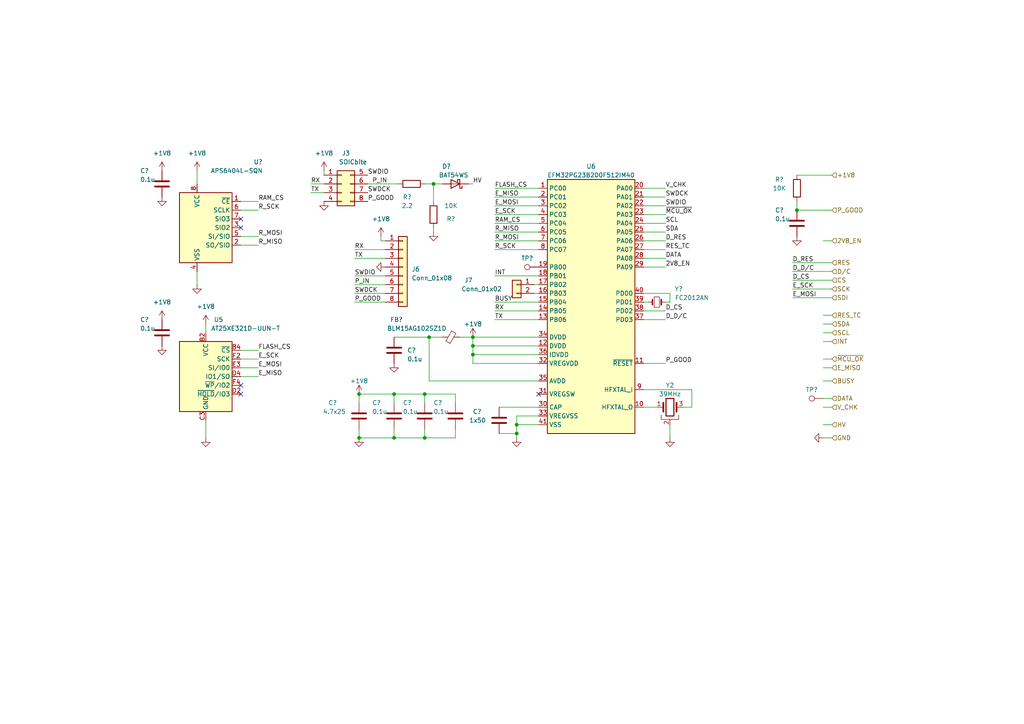
<source format=kicad_sch>
(kicad_sch (version 20230221) (generator eeschema)
  (paper "A4")
  (lib_symbols
    (symbol "Connector:TestPoint" (pin_numbers hide) (pin_names (offset 0.762) hide)
      (property "Reference" "TP" (at 0 6.858 0))
      (property "Value" "TestPoint" (at 0 5.08 0))
      (symbol "TestPoint_0_1"
        (circle (center 0 3.302) (radius 0.762))
      )
      (symbol "TestPoint_1_1"
        (pin passive line (at 0 0 90) (length 2.54) (name "1") (number "1"))
      )
    )
    (symbol "Connector_Generic:Conn_01x02" (pin_names (offset 1.016) hide)
      (property "Reference" "J" (at 0 2.54 0))
      (property "Value" "Conn_01x02" (at 0 -5.08 0))
      (symbol "Conn_01x02_1_1"
        (rectangle (start -1.27 -2.413) (end 0 -2.667) (stroke (width 0.1524)))
        (rectangle (start -1.27 0.127) (end 0 -0.127) (stroke (width 0.1524)))
        (rectangle (start -1.27 1.27) (end 1.27 -3.81) (stroke (width 0.254)) (fill (type background)))
        (pin passive line (at -5.08 0 0) (length 3.81) (name "Pin_1") (number "1"))
        (pin passive line (at -5.08 -2.54 0) (length 3.81) (name "Pin_2") (number "2"))
      )
    )
    (symbol "Connector_Generic:Conn_01x08" (pin_names (offset 1.016) hide)
      (property "Reference" "J" (at 0 10.16 0))
      (property "Value" "Conn_01x08" (at 0 -12.7 0))
      (symbol "Conn_01x08_1_1"
        (rectangle (start -1.27 -10.033) (end 0 -10.287) (stroke (width 0.1524)))
        (rectangle (start -1.27 -7.493) (end 0 -7.747) (stroke (width 0.1524)))
        (rectangle (start -1.27 -4.953) (end 0 -5.207) (stroke (width 0.1524)))
        (rectangle (start -1.27 -2.413) (end 0 -2.667) (stroke (width 0.1524)))
        (rectangle (start -1.27 0.127) (end 0 -0.127) (stroke (width 0.1524)))
        (rectangle (start -1.27 2.667) (end 0 2.413) (stroke (width 0.1524)))
        (rectangle (start -1.27 5.207) (end 0 4.953) (stroke (width 0.1524)))
        (rectangle (start -1.27 7.747) (end 0 7.493) (stroke (width 0.1524)))
        (rectangle (start -1.27 8.89) (end 1.27 -11.43) (stroke (width 0.254)) (fill (type background)))
        (pin passive line (at -5.08 7.62 0) (length 3.81) (name "Pin_1") (number "1"))
        (pin passive line (at -5.08 5.08 0) (length 3.81) (name "Pin_2") (number "2"))
        (pin passive line (at -5.08 2.54 0) (length 3.81) (name "Pin_3") (number "3"))
        (pin passive line (at -5.08 0 0) (length 3.81) (name "Pin_4") (number "4"))
        (pin passive line (at -5.08 -2.54 0) (length 3.81) (name "Pin_5") (number "5"))
        (pin passive line (at -5.08 -5.08 0) (length 3.81) (name "Pin_6") (number "6"))
        (pin passive line (at -5.08 -7.62 0) (length 3.81) (name "Pin_7") (number "7"))
        (pin passive line (at -5.08 -10.16 0) (length 3.81) (name "Pin_8") (number "8"))
      )
    )
    (symbol "Connector_Generic:Conn_02x04_Top_Bottom" (pin_names (offset 1.016) hide)
      (property "Reference" "J" (at 1.27 5.08 0))
      (property "Value" "Conn_02x04_Top_Bottom" (at 1.27 -7.62 0))
      (symbol "Conn_02x04_Top_Bottom_1_1"
        (rectangle (start -1.27 -4.953) (end 0 -5.207) (stroke (width 0.1524)))
        (rectangle (start -1.27 -2.413) (end 0 -2.667) (stroke (width 0.1524)))
        (rectangle (start -1.27 0.127) (end 0 -0.127) (stroke (width 0.1524)))
        (rectangle (start -1.27 2.667) (end 0 2.413) (stroke (width 0.1524)))
        (rectangle (start -1.27 3.81) (end 3.81 -6.35) (stroke (width 0.254)) (fill (type background)))
        (rectangle (start 3.81 -4.953) (end 2.54 -5.207) (stroke (width 0.1524)))
        (rectangle (start 3.81 -2.413) (end 2.54 -2.667) (stroke (width 0.1524)))
        (rectangle (start 3.81 0.127) (end 2.54 -0.127) (stroke (width 0.1524)))
        (rectangle (start 3.81 2.667) (end 2.54 2.413) (stroke (width 0.1524)))
        (pin passive line (at -5.08 2.54 0) (length 3.81) (name "Pin_1") (number "1"))
        (pin passive line (at -5.08 0 0) (length 3.81) (name "Pin_2") (number "2"))
        (pin passive line (at -5.08 -2.54 0) (length 3.81) (name "Pin_3") (number "3"))
        (pin passive line (at -5.08 -5.08 0) (length 3.81) (name "Pin_4") (number "4"))
        (pin passive line (at 7.62 2.54 180) (length 3.81) (name "Pin_5") (number "5"))
        (pin passive line (at 7.62 0 180) (length 3.81) (name "Pin_6") (number "6"))
        (pin passive line (at 7.62 -2.54 180) (length 3.81) (name "Pin_7") (number "7"))
        (pin passive line (at 7.62 -5.08 180) (length 3.81) (name "Pin_8") (number "8"))
      )
    )
    (symbol "Device:C" (pin_numbers hide) (pin_names (offset 0.254))
      (property "Reference" "C" (at 0.635 2.54 0))
      (property "Value" "C" (at 0.635 -2.54 0))
      (symbol "C_0_1"
        (polyline (pts (xy -2.032 -0.762) (xy 2.032 -0.762)) (stroke (width 0.508)))
        (polyline (pts (xy -2.032 0.762) (xy 2.032 0.762)) (stroke (width 0.508)))
      )
      (symbol "C_1_1"
        (pin passive line (at 0 3.81 270) (length 2.794) (name "~") (number "1"))
        (pin passive line (at 0 -3.81 90) (length 2.794) (name "~") (number "2"))
      )
    )
    (symbol "Device:Crystal_GND2" (pin_names (offset 1.016) hide)
      (property "Reference" "Y" (at 0 5.715 0))
      (property "Value" "Crystal_GND2" (at 0 3.81 0))
      (symbol "Crystal_GND2_0_1"
        (rectangle (start -1.143 2.54) (end 1.143 -2.54) (stroke (width 0.3048)))
        (polyline (pts (xy -2.54 0) (xy -1.905 0)))
        (polyline (pts (xy -1.905 -1.27) (xy -1.905 1.27)) (stroke (width 0.508)))
        (polyline (pts (xy 0 -3.81) (xy 0 -3.556)))
        (polyline (pts (xy 1.905 0) (xy 2.54 0)))
        (polyline (pts (xy 1.905 1.27) (xy 1.905 -1.27)) (stroke (width 0.508)))
        (polyline (pts (xy -2.54 -2.286) (xy -2.54 -3.556) (xy 2.54 -3.556) (xy 2.54 -2.286)))
      )
      (symbol "Crystal_GND2_1_1"
        (pin passive line (at -3.81 0 0) (length 1.27) (name "1") (number "1"))
        (pin passive line (at 0 -5.08 90) (length 1.27) (name "2") (number "2"))
        (pin passive line (at 3.81 0 180) (length 1.27) (name "3") (number "3"))
      )
    )
    (symbol "Device:Crystal_Small" (pin_numbers hide) (pin_names (offset 1.016) hide)
      (property "Reference" "Y" (at 0 2.54 0))
      (property "Value" "Crystal_Small" (at 0 -2.54 0))
      (symbol "Crystal_Small_0_1"
        (rectangle (start -0.762 -1.524) (end 0.762 1.524))
        (polyline (pts (xy -1.27 -0.762) (xy -1.27 0.762)) (stroke (width 0.381)))
        (polyline (pts (xy 1.27 -0.762) (xy 1.27 0.762)) (stroke (width 0.381)))
      )
      (symbol "Crystal_Small_1_1"
        (pin passive line (at -2.54 0 0) (length 1.27) (name "1") (number "1"))
        (pin passive line (at 2.54 0 180) (length 1.27) (name "2") (number "2"))
      )
    )
    (symbol "Device:D_Schottky" (pin_numbers hide) (pin_names (offset 1.016) hide)
      (property "Reference" "D" (at 0 2.54 0))
      (property "Value" "D_Schottky" (at 0 -2.54 0))
      (symbol "D_Schottky_0_1"
        (polyline (pts (xy 1.27 0) (xy -1.27 0)))
        (polyline (pts (xy 1.27 1.27) (xy 1.27 -1.27) (xy -1.27 0) (xy 1.27 1.27)) (stroke (width 0.254)))
        (polyline (pts (xy -1.905 0.635) (xy -1.905 1.27) (xy -1.27 1.27) (xy -1.27 -1.27) (xy -0.635 -1.27) (xy -0.635 -0.635)) (stroke (width 0.254)))
      )
      (symbol "D_Schottky_1_1"
        (pin passive line (at -3.81 0 0) (length 2.54) (name "K") (number "1"))
        (pin passive line (at 3.81 0 180) (length 2.54) (name "A") (number "2"))
      )
    )
    (symbol "Device:FerriteBead_Small" (pin_numbers hide) (pin_names (offset 0))
      (property "Reference" "FB" (at 1.905 1.27 0))
      (property "Value" "FerriteBead_Small" (at 1.905 -1.27 0))
      (symbol "FerriteBead_Small_0_1"
        (polyline (pts (xy 0 -1.27) (xy 0 -0.7874)))
        (polyline (pts (xy 0 0.889) (xy 0 1.2954)))
        (polyline (pts (xy -1.8288 0.2794) (xy -1.1176 1.4986) (xy 1.8288 -0.2032) (xy 1.1176 -1.4224) (xy -1.8288 0.2794)))
      )
      (symbol "FerriteBead_Small_1_1"
        (pin passive line (at 0 2.54 270) (length 1.27) (name "~") (number "1"))
        (pin passive line (at 0 -2.54 90) (length 1.27) (name "~") (number "2"))
      )
    )
    (symbol "Device:R" (pin_numbers hide) (pin_names (offset 0))
      (property "Reference" "R" (at 2.032 0 90))
      (property "Value" "R" (at 0 0 90))
      (symbol "R_0_1"
        (rectangle (start -1.016 -2.54) (end 1.016 2.54) (stroke (width 0.254)))
      )
      (symbol "R_1_1"
        (pin passive line (at 0 3.81 270) (length 1.27) (name "~") (number "1"))
        (pin passive line (at 0 -3.81 90) (length 1.27) (name "~") (number "2"))
      )
    )
    (symbol "Memory_RAM:ESP-PSRAM32"
      (property "Reference" "U" (at 3.81 11.43 0))
      (property "Value" "ESP-PSRAM32" (at -1.27 -11.43 0))
      (symbol "ESP-PSRAM32_0_1"
        (rectangle (start -7.62 10.16) (end 7.62 -10.16) (stroke (width 0.254)) (fill (type background)))
      )
      (symbol "ESP-PSRAM32_1_1"
        (pin input line (at 10.16 7.62 180) (length 2.54) (name "~{CE}") (number "1"))
        (pin output line (at 10.16 -5.08 180) (length 2.54) (name "SO/SIO") (number "2"))
        (pin bidirectional line (at 10.16 0 180) (length 2.54) (name "SIO2") (number "3"))
        (pin power_in line (at -2.54 -12.7 90) (length 2.54) (name "VSS") (number "4"))
        (pin input line (at 10.16 -2.54 180) (length 2.54) (name "SI/SIO") (number "5"))
        (pin output line (at 10.16 5.08 180) (length 2.54) (name "SCLK") (number "6"))
        (pin bidirectional line (at 10.16 2.54 180) (length 2.54) (name "SIO3") (number "7"))
        (pin power_in line (at -2.54 12.7 270) (length 2.54) (name "VCC") (number "8"))
      )
    )
    (symbol "MyLib:AT25SL321-U"
      (property "Reference" "U" (at -5.08 11.43 0))
      (property "Value" "AT25XE321D-UUN-T" (at 13.97 11.43 0))
      (symbol "AT25SL321-U_0_1"
        (rectangle (start -7.62 10.16) (end 7.62 -10.16) (stroke (width 0.254)) (fill (type background)))
      )
      (symbol "AT25SL321-U_1_1"
        (pin power_in line (at 0 12.7 270) (length 2.54) (name "VCC") (number "B2"))
        (pin input line (at -10.16 7.62 0) (length 2.54) (name "~{CS}") (number "B4"))
        (pin power_in line (at 0 -12.7 90) (length 2.54) (name "GND") (number "C3"))
        (pin bidirectional line (at -10.16 -5.08 0) (length 2.54) (name "~{HOLD}/IO3") (number "D2"))
        (pin bidirectional line (at -10.16 0 0) (length 2.54) (name "IO1/SO") (number "D4"))
        (pin bidirectional line (at -10.16 2.54 0) (length 2.54) (name "SI/IO0") (number "E3"))
        (pin input line (at -10.16 5.08 0) (length 2.54) (name "SCK") (number "F2"))
        (pin bidirectional line (at -10.16 -2.54 0) (length 2.54) (name "~{WP}/IO2") (number "F4"))
      )
    )
    (symbol "MyLib:EFM32PG23B200F512IM40"
      (property "Reference" "U" (at 25.4 5.08 0))
      (property "Value" "EFM32PG23B200F512IM40" (at 35.56 2.54 0))
      (symbol "EFM32PG23B200F512IM40_0_1"
        (rectangle (start 22.86 0) (end 48.26 -73.66) (stroke (width 0.254)) (fill (type background)))
      )
      (symbol "EFM32PG23B200F512IM40_1_0"
        (pin bidirectional line (at 50.8 -25.4 180) (length 2.54) (name "PA09") (number "29"))
        (pin bidirectional line (at 20.32 -7.62 0) (length 2.54) (name "PC02") (number "3"))
      )
      (symbol "EFM32PG23B200F512IM40_1_1"
        (pin bidirectional line (at 20.32 -2.54 0) (length 2.54) (name "PC00") (number "1"))
        (pin bidirectional line (at 50.8 -66.04 180) (length 2.54) (name "HFXTAL_O") (number "10"))
        (pin input line (at 50.8 -53.34 180) (length 2.54) (name "~{RESET}") (number "11"))
        (pin power_in line (at 20.32 -48.26 0) (length 2.54) (name "DVDD") (number "12"))
        (pin bidirectional line (at 20.32 -40.64 0) (length 2.54) (name "PB06") (number "13"))
        (pin bidirectional line (at 20.32 -38.1 0) (length 2.54) (name "PB05") (number "14"))
        (pin bidirectional line (at 20.32 -35.56 0) (length 2.54) (name "PB04") (number "15"))
        (pin bidirectional line (at 20.32 -33.02 0) (length 2.54) (name "PB03") (number "16"))
        (pin bidirectional line (at 20.32 -30.48 0) (length 2.54) (name "PB02") (number "17"))
        (pin bidirectional line (at 20.32 -27.94 0) (length 2.54) (name "PB01") (number "18"))
        (pin bidirectional line (at 20.32 -25.4 0) (length 2.54) (name "PB00") (number "19"))
        (pin bidirectional line (at 20.32 -5.08 0) (length 2.54) (name "PC01") (number "2"))
        (pin bidirectional line (at 50.8 -2.54 180) (length 2.54) (name "PA00") (number "20"))
        (pin bidirectional line (at 50.8 -5.08 180) (length 2.54) (name "PA01") (number "21"))
        (pin bidirectional line (at 50.8 -7.62 180) (length 2.54) (name "PA02") (number "22"))
        (pin bidirectional line (at 50.8 -10.16 180) (length 2.54) (name "PA03") (number "23"))
        (pin bidirectional line (at 50.8 -12.7 180) (length 2.54) (name "PA04") (number "24"))
        (pin bidirectional line (at 50.8 -15.24 180) (length 2.54) (name "PA05") (number "25"))
        (pin bidirectional line (at 50.8 -17.78 180) (length 2.54) (name "PA06") (number "26"))
        (pin bidirectional line (at 50.8 -20.32 180) (length 2.54) (name "PA07") (number "27"))
        (pin bidirectional line (at 50.8 -22.86 180) (length 2.54) (name "PA08") (number "28"))
        (pin power_out line (at 20.32 -66.04 0) (length 2.54) (name "CAP") (number "30"))
        (pin power_in line (at 20.32 -62.23 0) (length 2.54) (name "VREGSW") (number "31"))
        (pin power_in line (at 20.32 -53.34 0) (length 2.54) (name "VREGVDD") (number "32"))
        (pin power_in line (at 20.32 -68.58 0) (length 2.54) (name "VREGVSS") (number "33"))
        (pin power_in line (at 20.32 -45.72 0) (length 2.54) (name "DVDD") (number "34"))
        (pin power_in line (at 20.32 -58.42 0) (length 2.54) (name "AVDD") (number "35"))
        (pin power_in line (at 20.32 -50.8 0) (length 2.54) (name "IOVDD") (number "36"))
        (pin bidirectional line (at 50.8 -40.64 180) (length 2.54) (name "PD03") (number "37"))
        (pin bidirectional line (at 50.8 -38.1 180) (length 2.54) (name "PD02") (number "38"))
        (pin bidirectional line (at 50.8 -35.56 180) (length 2.54) (name "PD01") (number "39"))
        (pin bidirectional line (at 20.32 -10.16 0) (length 2.54) (name "PC03") (number "4"))
        (pin bidirectional line (at 50.8 -33.02 180) (length 2.54) (name "PD00") (number "40"))
        (pin power_in line (at 20.32 -71.12 0) (length 2.54) (name "VSS") (number "41"))
        (pin bidirectional line (at 20.32 -12.7 0) (length 2.54) (name "PC04") (number "5"))
        (pin bidirectional line (at 20.32 -15.24 0) (length 2.54) (name "PC05") (number "6"))
        (pin bidirectional line (at 20.32 -17.78 0) (length 2.54) (name "PC06") (number "7"))
        (pin bidirectional line (at 20.32 -20.32 0) (length 2.54) (name "PC07") (number "8"))
        (pin bidirectional line (at 50.8 -60.96 180) (length 2.54) (name "HFXTAL_I") (number "9"))
      )
    )
    (symbol "power:+1V8" (power) (pin_names (offset 0))
      (property "Value" "+1V8" (at 0 3.556 0))
      (symbol "+1V8_0_1"
        (polyline (pts (xy -0.762 1.27) (xy 0 2.54)))
        (polyline (pts (xy 0 0) (xy 0 2.54)))
        (polyline (pts (xy 0 2.54) (xy 0.762 1.27)))
      )
      (symbol "+1V8_1_1"
        (pin power_in line (at 0 0 90) (length 0) hide (name "+1V8") (number "1"))
      )
    )
    (symbol "power:GND" (power) (pin_names (offset 0))
      (property "Value" "GND" (at 0 -3.81 0))
      (symbol "GND_0_1"
        (polyline (pts (xy 0 0) (xy 0 -1.27) (xy 1.27 -1.27) (xy 0 -2.54) (xy -1.27 -1.27) (xy 0 -1.27)))
      )
      (symbol "GND_1_1"
        (pin power_in line (at 0 0 270) (length 0) hide (name "GND") (number "1"))
      )
    )
  )
  (junction (at 114.3 127))
  (junction (at 125.73 53.34))
  (junction (at 104.14 114.3))
  (junction (at 137.16 100.33))
  (junction (at 123.19 127))
  (junction (at 137.16 102.87))
  (junction (at 123.19 114.3))
  (junction (at 231.14 60.96))
  (junction (at 149.86 123.19))
  (junction (at 114.3 114.3))
  (junction (at 137.16 97.79))
  (junction (at 149.86 125.73))
  (junction (at 104.14 127))
  (junction (at 124.46 97.79))
  (no_connect (at 156.21 114.3))
  (no_connect (at 69.85 114.3))
  (no_connect (at 69.85 111.76))
  (no_connect (at 69.85 66.04))
  (no_connect (at 69.85 63.5))
  (wire (pts (xy 231.14 60.96) (xy 231.14 58.42)))
  (wire (pts (xy 143.51 69.85) (xy 156.21 69.85)))
  (wire (pts (xy 110.49 68.58) (xy 110.49 69.85)))
  (wire (pts (xy 229.87 81.28) (xy 241.3 81.28)))
  (wire (pts (xy 193.04 92.71) (xy 186.69 92.71)))
  (wire (pts (xy 238.76 127) (xy 241.3 127)))
  (wire (pts (xy 132.08 114.3) (xy 123.19 114.3)))
  (wire (pts (xy 238.76 104.14) (xy 241.3 104.14)))
  (wire (pts (xy 200.66 113.03) (xy 200.66 118.11)))
  (wire (pts (xy 143.51 67.31) (xy 156.21 67.31)))
  (wire (pts (xy 137.16 102.87) (xy 137.16 100.33)))
  (wire (pts (xy 123.19 116.84) (xy 123.19 114.3)))
  (wire (pts (xy 69.85 106.68) (xy 74.93 106.68)))
  (wire (pts (xy 193.04 57.15) (xy 186.69 57.15)))
  (wire (pts (xy 149.86 120.65) (xy 149.86 123.19)))
  (wire (pts (xy 102.87 72.39) (xy 111.76 72.39)))
  (wire (pts (xy 124.46 97.79) (xy 128.27 97.79)))
  (wire (pts (xy 238.76 96.52) (xy 241.3 96.52)))
  (wire (pts (xy 102.87 87.63) (xy 111.76 87.63)))
  (wire (pts (xy 143.51 80.01) (xy 156.21 80.01)))
  (wire (pts (xy 229.87 78.74) (xy 241.3 78.74)))
  (wire (pts (xy 186.69 113.03) (xy 200.66 113.03)))
  (wire (pts (xy 231.14 50.8) (xy 241.3 50.8)))
  (wire (pts (xy 143.51 57.15) (xy 156.21 57.15)))
  (wire (pts (xy 231.14 60.96) (xy 241.3 60.96)))
  (wire (pts (xy 133.35 97.79) (xy 137.16 97.79)))
  (wire (pts (xy 128.27 53.34) (xy 125.73 53.34)))
  (wire (pts (xy 229.87 86.36) (xy 241.3 86.36)))
  (wire (pts (xy 123.19 127) (xy 132.08 127)))
  (wire (pts (xy 149.86 123.19) (xy 149.86 125.73)))
  (wire (pts (xy 132.08 127) (xy 132.08 124.46)))
  (wire (pts (xy 154.94 82.55) (xy 156.21 82.55)))
  (wire (pts (xy 114.3 114.3) (xy 114.3 116.84)))
  (wire (pts (xy 137.16 97.79) (xy 137.16 100.33)))
  (wire (pts (xy 149.86 123.19) (xy 156.21 123.19)))
  (wire (pts (xy 90.17 53.34) (xy 93.98 53.34)))
  (wire (pts (xy 106.68 53.34) (xy 115.57 53.34)))
  (wire (pts (xy 137.16 102.87) (xy 137.16 105.41)))
  (wire (pts (xy 59.69 121.92) (xy 59.69 127)))
  (wire (pts (xy 229.87 76.2) (xy 241.3 76.2)))
  (wire (pts (xy 238.76 118.11) (xy 241.3 118.11)))
  (wire (pts (xy 144.78 118.11) (xy 156.21 118.11)))
  (wire (pts (xy 125.73 66.04) (xy 125.73 67.31)))
  (wire (pts (xy 154.94 85.09) (xy 156.21 85.09)))
  (wire (pts (xy 114.3 127) (xy 123.19 127)))
  (wire (pts (xy 193.04 59.69) (xy 186.69 59.69)))
  (wire (pts (xy 137.16 105.41) (xy 156.21 105.41)))
  (wire (pts (xy 102.87 80.01) (xy 111.76 80.01)))
  (wire (pts (xy 186.69 87.63) (xy 187.96 87.63)))
  (wire (pts (xy 238.76 110.49) (xy 241.3 110.49)))
  (wire (pts (xy 123.19 114.3) (xy 114.3 114.3)))
  (wire (pts (xy 123.19 124.46) (xy 123.19 127)))
  (wire (pts (xy 156.21 120.65) (xy 149.86 120.65)))
  (wire (pts (xy 90.17 55.88) (xy 93.98 55.88)))
  (wire (pts (xy 143.51 54.61) (xy 156.21 54.61)))
  (wire (pts (xy 143.51 64.77) (xy 156.21 64.77)))
  (wire (pts (xy 186.69 118.11) (xy 190.5 118.11)))
  (wire (pts (xy 114.3 97.79) (xy 124.46 97.79)))
  (wire (pts (xy 124.46 97.79) (xy 124.46 110.49)))
  (wire (pts (xy 186.69 85.09) (xy 194.31 85.09)))
  (wire (pts (xy 193.04 67.31) (xy 186.69 67.31)))
  (wire (pts (xy 124.46 110.49) (xy 156.21 110.49)))
  (wire (pts (xy 200.66 118.11) (xy 198.12 118.11)))
  (wire (pts (xy 186.69 72.39) (xy 193.04 72.39)))
  (wire (pts (xy 102.87 82.55) (xy 111.76 82.55)))
  (wire (pts (xy 102.87 85.09) (xy 111.76 85.09)))
  (wire (pts (xy 104.14 127) (xy 114.3 127)))
  (wire (pts (xy 238.76 123.19) (xy 241.3 123.19)))
  (wire (pts (xy 186.69 105.41) (xy 193.04 105.41)))
  (wire (pts (xy 104.14 124.46) (xy 104.14 127)))
  (wire (pts (xy 69.85 104.14) (xy 74.93 104.14)))
  (wire (pts (xy 186.69 62.23) (xy 193.04 62.23)))
  (wire (pts (xy 69.85 60.96) (xy 74.93 60.96)))
  (wire (pts (xy 69.85 68.58) (xy 74.93 68.58)))
  (wire (pts (xy 238.76 91.44) (xy 241.3 91.44)))
  (wire (pts (xy 74.93 109.22) (xy 69.85 109.22)))
  (wire (pts (xy 137.16 97.79) (xy 156.21 97.79)))
  (wire (pts (xy 110.49 69.85) (xy 111.76 69.85)))
  (wire (pts (xy 194.31 127) (xy 194.31 123.19)))
  (wire (pts (xy 143.51 62.23) (xy 156.21 62.23)))
  (wire (pts (xy 102.87 74.93) (xy 111.76 74.93)))
  (wire (pts (xy 238.76 115.57) (xy 241.3 115.57)))
  (wire (pts (xy 238.76 99.06) (xy 241.3 99.06)))
  (wire (pts (xy 59.69 93.98) (xy 59.69 96.52)))
  (wire (pts (xy 93.98 49.53) (xy 93.98 50.8)))
  (wire (pts (xy 238.76 93.98) (xy 241.3 93.98)))
  (wire (pts (xy 123.19 53.34) (xy 125.73 53.34)))
  (wire (pts (xy 132.08 116.84) (xy 132.08 114.3)))
  (wire (pts (xy 143.51 59.69) (xy 156.21 59.69)))
  (wire (pts (xy 69.85 58.42) (xy 74.93 58.42)))
  (wire (pts (xy 193.04 54.61) (xy 186.69 54.61)))
  (wire (pts (xy 193.04 90.17) (xy 186.69 90.17)))
  (wire (pts (xy 193.04 77.47) (xy 186.69 77.47)))
  (wire (pts (xy 74.93 71.12) (xy 69.85 71.12)))
  (wire (pts (xy 69.85 101.6) (xy 74.93 101.6)))
  (wire (pts (xy 57.15 49.53) (xy 57.15 53.34)))
  (wire (pts (xy 194.31 87.63) (xy 193.04 87.63)))
  (wire (pts (xy 238.76 106.68) (xy 241.3 106.68)))
  (wire (pts (xy 137.16 100.33) (xy 156.21 100.33)))
  (wire (pts (xy 104.14 114.3) (xy 114.3 114.3)))
  (wire (pts (xy 114.3 124.46) (xy 114.3 127)))
  (wire (pts (xy 143.51 87.63) (xy 156.21 87.63)))
  (wire (pts (xy 135.89 53.34) (xy 137.16 53.34)))
  (wire (pts (xy 144.78 125.73) (xy 149.86 125.73)))
  (wire (pts (xy 143.51 90.17) (xy 156.21 90.17)))
  (wire (pts (xy 143.51 92.71) (xy 156.21 92.71)))
  (wire (pts (xy 137.16 102.87) (xy 156.21 102.87)))
  (wire (pts (xy 193.04 64.77) (xy 186.69 64.77)))
  (wire (pts (xy 186.69 74.93) (xy 193.04 74.93)))
  (wire (pts (xy 238.76 69.85) (xy 241.3 69.85)))
  (wire (pts (xy 149.86 125.73) (xy 149.86 127)))
  (wire (pts (xy 125.73 58.42) (xy 125.73 53.34)))
  (wire (pts (xy 143.51 72.39) (xy 156.21 72.39)))
  (wire (pts (xy 186.69 69.85) (xy 193.04 69.85)))
  (wire (pts (xy 57.15 78.74) (xy 57.15 82.55)))
  (wire (pts (xy 194.31 85.09) (xy 194.31 87.63)))
  (wire (pts (xy 229.87 83.82) (xy 241.3 83.82)))
  (wire (pts (xy 104.14 114.3) (xy 104.14 116.84)))
  (label "RX" (at 102.87 72.39 0))
  (label "INT" (at 143.51 80.01 0))
  (label "R_MISO" (at 143.51 67.31 0))
  (label "R_MISO" (at 74.93 71.12 0))
  (label "P_GOOD" (at 102.87 87.63 0))
  (label "TX" (at 143.51 92.71 0))
  (label "D_RES" (at 193.04 69.85 0))
  (label "RX" (at 90.17 53.34 0))
  (label "TX" (at 102.87 74.93 0))
  (label "E_MOSI" (at 229.87 86.36 0))
  (label "D_CS" (at 193.04 90.17 0))
  (label "DATA" (at 193.04 74.93 0))
  (label "SCL" (at 193.04 64.77 0))
  (label "P_IN" (at 107.95 53.34 0))
  (label "D_D{slash}C" (at 229.87 78.74 0))
  (label "E_SCK" (at 229.87 83.82 0))
  (label "E_MISO" (at 143.51 57.15 0))
  (label "P_GOOD" (at 193.04 105.41 0))
  (label "D_D{slash}C" (at 193.04 92.71 0))
  (label "SWDIO" (at 193.04 59.69 0))
  (label "FLASH_CS" (at 143.51 54.61 0))
  (label "P_GOOD" (at 106.68 58.42 0))
  (label "RAM_CS" (at 74.93 58.42 0))
  (label "E_MOSI" (at 74.93 106.68 0))
  (label "E_MOSI" (at 143.51 59.69 0))
  (label "D_CS" (at 229.87 81.28 0))
  (label "E_MISO" (at 74.93 109.22 0))
  (label "V_CHK" (at 193.04 54.61 0))
  (label "P_IN" (at 102.87 82.55 0))
  (label "SWDCK" (at 193.04 57.15 0))
  (label "D_RES" (at 229.87 76.2 0))
  (label "SDA" (at 193.04 67.31 0))
  (label "2V8_EN" (at 193.04 77.47 0))
  (label "R_SCK" (at 74.93 60.96 0))
  (label "RAM_CS" (at 143.51 64.77 0))
  (label "R_SCK" (at 143.51 72.39 0))
  (label "R_MOSI" (at 74.93 68.58 0))
  (label "SWDIO" (at 102.87 80.01 0))
  (label "RES_TC" (at 193.04 72.39 0))
  (label "HV" (at 137.16 53.34 0))
  (label "SWDCK" (at 102.87 85.09 0))
  (label "SWDCK" (at 106.68 55.88 0))
  (label "E_SCK" (at 74.93 104.14 0))
  (label "R_MOSI" (at 143.51 69.85 0))
  (label "~{MCU_OK}" (at 193.04 62.23 0))
  (label "TX" (at 90.17 55.88 0))
  (label "E_SCK" (at 143.51 62.23 0))
  (label "RX" (at 143.51 90.17 0))
  (label "BUSY" (at 143.51 87.63 0))
  (label "SWDIO" (at 106.68 50.8 0))
  (label "FLASH_CS" (at 74.93 101.6 0))
  (hierarchical_label "D{slash}C" (shape input) (at 241.3 78.74 0))
  (hierarchical_label "RES_TC" (shape input) (at 241.3 91.44 0))
  (hierarchical_label "DATA" (shape input) (at 241.3 115.57 0))
  (hierarchical_label "BUSY" (shape input) (at 241.3 110.49 0))
  (hierarchical_label "GND" (shape input) (at 241.3 127 0))
  (hierarchical_label "CS" (shape input) (at 241.3 81.28 0))
  (hierarchical_label "SDI" (shape input) (at 241.3 86.36 0))
  (hierarchical_label "2V8_EN" (shape input) (at 241.3 69.85 0))
  (hierarchical_label "E_MISO" (shape input) (at 241.3 106.68 0))
  (hierarchical_label "HV" (shape input) (at 241.3 123.19 0))
  (hierarchical_label "INT" (shape input) (at 241.3 99.06 0))
  (hierarchical_label "V_CHK" (shape input) (at 241.3 118.11 0))
  (hierarchical_label "~{MCU_OK}" (shape input) (at 241.3 104.14 0))
  (hierarchical_label "RES" (shape input) (at 241.3 76.2 0))
  (hierarchical_label "SCK" (shape input) (at 241.3 83.82 0))
  (hierarchical_label "SDA" (shape input) (at 241.3 93.98 0))
  (hierarchical_label "+1V8" (shape input) (at 241.3 50.8 0))
  (hierarchical_label "P_GOOD" (shape input) (at 241.3 60.96 0))
  (hierarchical_label "SCL" (shape input) (at 241.3 96.52 0))
  (symbol (lib_id "Device:R") (at 119.38 53.34 90) (unit 1)
    (property "Reference" "R?" (at 118.11 57.15 90))
    (property "Value" "2.2" (at 118.11 59.69 90))
    (property "Footprint" "Resistor_SMD:R_0603_1608Metric" (effects hide))
    (instances (project "Kampela" (path "" (reference "R?") (unit 1))) (project "Kampela_D1" (path "" (reference "R10") (unit 1)) (path "" (reference "R32") (unit 1))))
  )
  (symbol (lib_id "MyLib:EFM32PG23B200F512IM40") (at 135.89 52.07 0) (unit 1)
    (property "Reference" "U6" (at 171.45 48.26 0))
    (property "Value" "EFM32PG23B200F512IM40" (at 171.45 50.8 0))
    (property "Footprint" "MyLib:QFN-40_EP_5x5_Pitch0.4mm" (effects hide))
  )
  (symbol (lib_id "Connector_Generic:Conn_01x08") (at 116.84 77.47 0) (unit 1)
    (property "Reference" "J6" (at 119.38 78.105 0) (effects (justify left)))
    (property "Value" "Conn_01x08" (at 119.38 80.645 0) (effects (justify left)))
    (property "Footprint" "Connector_PinHeader_1.27mm:PinHeader_1x08_P1.27mm_Vertical" (effects hide))
  )
  (symbol (lib_id "power:GND") (at 238.76 127 270) (mirror x) (unit 1)
    (property "Reference" "#PWR?" (effects hide))
    (property "Value" "GND" (effects hide))
    (instances (project "Kampela" (path "" (reference "#PWR?") (unit 1))) (project "Kampela_D1" (path "" (reference "#PWR086") (unit 1))))
  )
  (symbol (lib_id "power:GND") (at 125.73 67.31 0) (unit 1)
    (property "Reference" "#PWR?" (effects hide))
    (property "Value" "GND" (effects hide))
    (instances (project "Kampela" (path "" (reference "#PWR?") (unit 1))) (project "Kampela_D1" (path "" (reference "#PWR058") (unit 1))))
  )
  (symbol (lib_id "power:GND") (at 194.31 127 0) (mirror y) (unit 1)
    (property "Reference" "#PWR?" (effects hide))
    (property "Value" "GND" (effects hide))
    (instances (project "Kampela" (path "" (reference "#PWR?") (unit 1))) (project "Kampela_D1" (path "" (reference "#PWR061") (unit 1))))
  )
  (symbol (lib_id "Device:C") (at 114.3 120.65 0) (unit 1)
    (property "Reference" "C?" (at 107.95 116.84 0) (effects (justify left)))
    (property "Value" "0.1u" (at 107.95 119.38 0) (effects (justify left)))
    (property "Footprint" "Capacitor_SMD:C_0402_1005Metric" (effects hide))
    (instances (project "Kampela" (path "" (reference "C?") (unit 1))) (project "Kampela_D1" (path "" (reference "C35") (unit 1))))
  )
  (symbol (lib_id "power:+1V8") (at 93.98 49.53 0) (unit 1)
    (property "Reference" "#PWR?" (effects hide))
    (property "Value" "+1V8" (at 93.98 44.45 0))
    (instances (project "Kampela" (path "" (reference "#PWR?") (unit 1))) (project "Kampela_D1" (path "" (reference "#PWR053") (unit 1))))
  )
  (symbol (lib_id "Device:C") (at 46.99 96.52 0) (unit 1)
    (property "Reference" "C?" (at 40.64 92.71 0) (effects (justify left)))
    (property "Value" "0.1u" (at 40.64 95.25 0) (effects (justify left)))
    (property "Footprint" "Capacitor_SMD:C_0402_1005Metric" (effects hide))
    (instances (project "Kampela" (path "" (reference "C?") (unit 1))) (project "Kampela_D1" (path "" (reference "C33") (unit 1))))
  )
  (symbol (lib_id "Device:R") (at 231.14 54.61 180) (unit 1)
    (property "Reference" "R?" (at 226.06 52.07 0))
    (property "Value" "10K" (at 226.06 54.61 0))
    (property "Footprint" "Resistor_SMD:R_0402_1005Metric" (effects hide))
    (instances (project "Kampela" (path "" (reference "R?") (unit 1))) (project "Kampela_D1" (path "" (reference "R18") (unit 1))))
  )
  (symbol (lib_id "power:+1V8") (at 46.99 49.53 0) (unit 1)
    (property "Reference" "#PWR?" (effects hide))
    (property "Value" "+1V8" (at 46.99 44.45 0))
    (instances (project "Kampela" (path "" (reference "#PWR?") (unit 1))) (project "Kampela_D1" (path "" (reference "#PWR045") (unit 1))))
  )
  (symbol (lib_id "Device:D_Schottky") (at 132.08 53.34 180) (unit 1)
    (property "Reference" "D?" (at 130.81 48.26 0) (effects (justify left)))
    (property "Value" "BAT54WS" (at 135.89 50.8 0) (effects (justify left)))
    (property "Footprint" "Diode_SMD:D_SOD-323F" (effects hide))
    (instances (project "Kampela" (path "" (reference "D?") (unit 1))) (project "Kampela_D1" (path "" (reference "D?") (unit 1)) (path "" (reference "D7") (unit 1))))
  )
  (symbol (lib_id "Device:C") (at 144.78 121.92 180) (unit 1)
    (property "Reference" "C?" (at 139.7 119.38 0) (effects (justify left)))
    (property "Value" "1x50" (at 140.97 121.92 0) (effects (justify left)))
    (property "Footprint" "Capacitor_SMD:C_0402_1005Metric" (effects hide))
    (instances (project "Kampela" (path "" (reference "C?") (unit 1))) (project "Kampela_D1" (path "" (reference "C?") (unit 1)) (path "" (reference "C39") (unit 1))))
  )
  (symbol (lib_id "MyLib:AT25SL321-U") (at 59.69 109.22 0) (mirror y) (unit 1)
    (property "Reference" "U5" (at 64.77 92.71 0) (effects (justify left)))
    (property "Value" "AT25XE321D-UUN-T" (at 81.28 95.25 0) (effects (justify left)))
    (property "Footprint" "MyLib:WLCSP 12-ball 3 x 2 x 3 Array" (effects hide))
    (property "Datasheet" "https://www.mouser.fi/datasheet/2/698/REN_DS_AT25XE321D_160M_072022_DST_20220727_1-3075861.pdf" (effects hide))
  )
  (symbol (lib_id "power:GND") (at 59.69 127 0) (mirror y) (unit 1)
    (property "Reference" "#PWR?" (effects hide))
    (property "Value" "GND" (effects hide))
    (instances (project "Kampela" (path "" (reference "#PWR?") (unit 1))) (project "Kampela_D1" (path "" (reference "#PWR052") (unit 1))))
  )
  (symbol (lib_id "power:GND") (at 104.14 127 0) (unit 1)
    (property "Reference" "#PWR?" (effects hide))
    (property "Value" "GND" (effects hide))
    (instances (project "Kampela" (path "" (reference "#PWR?") (unit 1))) (project "Kampela_D1" (path "" (reference "#PWR056") (unit 1))))
  )
  (symbol (lib_id "Memory_RAM:ESP-PSRAM32") (at 59.69 66.04 0) (unit 1)
    (property "Reference" "U?" (at 76.2 46.99 0) (effects (justify right)))
    (property "Value" "APS6404L-SQN" (at 76.2 49.53 0) (effects (justify right)))
    (property "Footprint" "MyLib:SON-8-1EP_3x2mm_P0.5mm_EP1.4x1.6mm" (effects hide))
    (property "Datasheet" "https://www.espressif.com/sites/default/files/documentation/esp-psram32_datasheet_en.pdf" (effects hide))
    (instances (project "Kampela" (path "" (reference "U?") (unit 1))) (project "Kampela_D1" (path "" (reference "U4") (unit 1))))
  )
  (symbol (lib_id "Device:FerriteBead_Small") (at 130.81 97.79 90) (unit 1)
    (property "Reference" "FB?" (at 116.84 92.71 90) (effects (justify left)))
    (property "Value" "BLM15AG102SZ1D" (at 129.54 95.25 90) (effects (justify left)))
    (property "Footprint" "Inductor_SMD:L_0402_1005Metric" (effects hide))
    (instances (project "Kampela" (path "" (reference "FB?") (unit 1))) (project "Kampela_D1" (path "" (reference "FB?") (unit 1)) (path "" (reference "FB3") (unit 1))))
  )
  (symbol (lib_id "Device:R") (at 125.73 62.23 0) (unit 1)
    (property "Reference" "R?" (at 130.81 63.5 0))
    (property "Value" "10K" (at 130.81 59.69 0))
    (property "Footprint" "Resistor_SMD:R_0402_1005Metric" (effects hide))
    (instances (project "Kampela" (path "" (reference "R?") (unit 1))) (project "Kampela_D1" (path "" (reference "R17") (unit 1))))
  )
  (symbol (lib_id "Connector_Generic:Conn_01x02") (at 149.86 82.55 0) (mirror y) (unit 1)
    (property "Reference" "J7" (at 135.89 81.28 0))
    (property "Value" "Conn_01x02" (at 139.7 83.82 0))
    (property "Footprint" "Connector_PinHeader_1.27mm:PinHeader_1x02_P1.27mm_Vertical" (effects hide))
  )
  (symbol (lib_id "power:+1V8") (at 59.69 93.98 0) (mirror y) (unit 1)
    (property "Reference" "#PWR?" (effects hide))
    (property "Value" "+1V8" (at 59.69 88.9 0))
    (instances (project "Kampela" (path "" (reference "#PWR?") (unit 1))) (project "Kampela_D1" (path "" (reference "#PWR051") (unit 1))))
  )
  (symbol (lib_id "Device:Crystal_Small") (at 190.5 87.63 0) (unit 1)
    (property "Reference" "Y?" (at 196.85 83.82 0))
    (property "Value" "FC2012AN" (at 200.66 86.36 0))
    (property "Footprint" "MyLib:Crystal_SMD_2012-2Pin_2.0x1.2mm" (effects hide))
    (instances (project "Kampela" (path "" (reference "Y?") (unit 1))) (project "Kampela_D1" (path "" (reference "Y1") (unit 1))))
  )
  (symbol (lib_id "Device:C") (at 104.14 120.65 180) (unit 1)
    (property "Reference" "C?" (at 97.79 116.84 0) (effects (justify left)))
    (property "Value" "4.7x25" (at 100.33 119.38 0) (effects (justify left)))
    (property "Footprint" "Capacitor_SMD:C_0402_1005Metric" (effects hide))
    (instances (project "Kampela" (path "" (reference "C?") (unit 1))) (project "Kampela_D1" (path "" (reference "C?") (unit 1)) (path "" (reference "C34") (unit 1))))
  )
  (symbol (lib_id "Device:C") (at 123.19 120.65 0) (unit 1)
    (property "Reference" "C?" (at 116.84 116.84 0) (effects (justify left)))
    (property "Value" "0.1u" (at 116.84 119.38 0) (effects (justify left)))
    (property "Footprint" "Capacitor_SMD:C_0402_1005Metric" (effects hide))
    (instances (project "Kampela" (path "" (reference "C?") (unit 1))) (project "Kampela_D1" (path "" (reference "C36") (unit 1))))
  )
  (symbol (lib_id "Connector:TestPoint") (at 238.76 115.57 90) (unit 1)
    (property "Reference" "TP?" (at 235.458 113.03 90))
    (property "Value" "TestPoint" (effects hide))
    (property "Footprint" "TestPoint:TestPoint_Pad_D1.0mm" (effects hide))
    (instances (project "Kampela" (path "" (reference "TP?") (unit 1))) (project "Kampela_D1" (path "" (reference "TP3") (unit 1)) (path "" (reference "TP8") (unit 1))))
  )
  (symbol (lib_id "Device:C") (at 46.99 53.34 0) (unit 1)
    (property "Reference" "C?" (at 40.64 49.53 0) (effects (justify left)))
    (property "Value" "0.1u" (at 40.64 52.07 0) (effects (justify left)))
    (property "Footprint" "Capacitor_SMD:C_0402_1005Metric" (effects hide))
    (instances (project "Kampela" (path "" (reference "C?") (unit 1))) (project "Kampela_D1" (path "" (reference "C32") (unit 1))))
  )
  (symbol (lib_id "power:+1V8") (at 46.99 92.71 0) (unit 1)
    (property "Reference" "#PWR?" (effects hide))
    (property "Value" "+1V8" (at 46.99 87.63 0))
    (instances (project "Kampela" (path "" (reference "#PWR?") (unit 1))) (project "Kampela_D1" (path "" (reference "#PWR047") (unit 1))))
  )
  (symbol (lib_id "power:+1V8") (at 57.15 49.53 0) (unit 1)
    (property "Reference" "#PWR?" (effects hide))
    (property "Value" "+1V8" (at 57.15 44.45 0))
    (instances (project "Kampela" (path "" (reference "#PWR?") (unit 1))) (project "Kampela_D1" (path "" (reference "#PWR049") (unit 1))))
  )
  (symbol (lib_id "power:+1V8") (at 137.16 97.79 0) (unit 1)
    (property "Reference" "#PWR?" (effects hide))
    (property "Value" "+1V8" (at 137.16 93.98 0))
    (instances (project "Kampela" (path "" (reference "#PWR?") (unit 1))) (project "Kampela_D1" (path "" (reference "#PWR059") (unit 1))))
  )
  (symbol (lib_id "power:+1V8") (at 104.14 114.3 0) (unit 1)
    (property "Reference" "#PWR?" (effects hide))
    (property "Value" "+1V8" (at 104.14 110.49 0))
    (instances (project "Kampela" (path "" (reference "#PWR?") (unit 1))) (project "Kampela_D1" (path "" (reference "#PWR055") (unit 1))))
  )
  (symbol (lib_id "power:GND") (at 93.98 58.42 0) (unit 1)
    (property "Reference" "#PWR?" (effects hide))
    (property "Value" "GND" (effects hide))
    (instances (project "Kampela" (path "" (reference "#PWR?") (unit 1))) (project "Kampela_D1" (path "" (reference "#PWR054") (unit 1))))
  )
  (symbol (lib_id "Device:C") (at 114.3 101.6 0) (unit 1)
    (property "Reference" "C?" (at 118.11 101.6 0) (effects (justify left)))
    (property "Value" "0.1u" (at 118.11 104.14 0) (effects (justify left)))
    (property "Footprint" "Capacitor_SMD:C_0402_1005Metric" (effects hide))
    (instances (project "Kampela" (path "" (reference "C?") (unit 1))) (project "Kampela_D1" (path "" (reference "C37") (unit 1))))
  )
  (symbol (lib_id "Device:C") (at 132.08 120.65 0) (unit 1)
    (property "Reference" "C?" (at 125.73 116.84 0) (effects (justify left)))
    (property "Value" "0.1u" (at 125.73 119.38 0) (effects (justify left)))
    (property "Footprint" "Capacitor_SMD:C_0402_1005Metric" (effects hide))
    (instances (project "Kampela" (path "" (reference "C?") (unit 1))) (project "Kampela_D1" (path "" (reference "C38") (unit 1))))
  )
  (symbol (lib_id "power:GND") (at 231.14 68.58 0) (unit 1)
    (property "Reference" "#PWR?" (effects hide))
    (property "Value" "GND" (effects hide))
    (instances (project "Kampela" (path "" (reference "#PWR?") (unit 1))) (project "Kampela_D1" (path "" (reference "#PWR063") (unit 1))))
  )
  (symbol (lib_id "power:+1V8") (at 110.49 68.58 0) (unit 1)
    (property "Reference" "#PWR?" (effects hide))
    (property "Value" "+1V8" (at 110.49 63.5 0))
    (instances (project "Kampela" (path "" (reference "#PWR?") (unit 1))) (project "Kampela_D1" (path "" (reference "#PWR06") (unit 1))))
  )
  (symbol (lib_id "Device:C") (at 231.14 64.77 0) (unit 1)
    (property "Reference" "C?" (at 224.79 60.96 0) (effects (justify left)))
    (property "Value" "0.1u" (at 224.79 63.5 0) (effects (justify left)))
    (property "Footprint" "Capacitor_SMD:C_0402_1005Metric" (effects hide))
    (instances (project "Kampela" (path "" (reference "C?") (unit 1))) (project "Kampela_D1" (path "" (reference "C40") (unit 1))))
  )
  (symbol (lib_id "power:GND") (at 149.86 127 0) (mirror y) (unit 1)
    (property "Reference" "#PWR?" (effects hide))
    (property "Value" "GND" (effects hide))
    (instances (project "Kampela" (path "" (reference "#PWR?") (unit 1))) (project "Kampela_D1" (path "" (reference "#PWR060") (unit 1))))
  )
  (symbol (lib_id "Connector_Generic:Conn_02x04_Top_Bottom") (at 99.06 53.34 0) (unit 1)
    (property "Reference" "J3" (at 100.33 44.45 0))
    (property "Value" "SOICbite " (at 102.87 46.99 0))
    (property "Footprint" "MyLib:SOIC_clipProgSmall" (effects hide))
  )
  (symbol (lib_id "power:GND") (at 46.99 100.33 0) (unit 1)
    (property "Reference" "#PWR?" (effects hide))
    (property "Value" "GND" (effects hide))
    (instances (project "Kampela" (path "" (reference "#PWR?") (unit 1))) (project "Kampela_D1" (path "" (reference "#PWR048") (unit 1))))
  )
  (symbol (lib_id "power:GND") (at 111.76 77.47 270) (unit 1)
    (property "Reference" "#PWR?" (effects hide))
    (property "Value" "GND" (effects hide))
    (instances (project "Kampela" (path "" (reference "#PWR?") (unit 1))) (project "Kampela_D1" (path "" (reference "#PWR083") (unit 1))))
  )
  (symbol (lib_id "power:GND") (at 46.99 57.15 0) (unit 1)
    (property "Reference" "#PWR?" (effects hide))
    (property "Value" "GND" (effects hide))
    (instances (project "Kampela" (path "" (reference "#PWR?") (unit 1))) (project "Kampela_D1" (path "" (reference "#PWR046") (unit 1))))
  )
  (symbol (lib_id "power:GND") (at 114.3 105.41 0) (mirror y) (unit 1)
    (property "Reference" "#PWR?" (effects hide))
    (property "Value" "GND" (effects hide))
    (instances (project "Kampela" (path "" (reference "#PWR?") (unit 1))) (project "Kampela_D1" (path "" (reference "#PWR057") (unit 1))))
  )
  (symbol (lib_id "power:GND") (at 57.15 82.55 0) (unit 1)
    (property "Reference" "#PWR?" (effects hide))
    (property "Value" "GND" (effects hide))
    (instances (project "Kampela" (path "" (reference "#PWR?") (unit 1))) (project "Kampela_D1" (path "" (reference "#PWR050") (unit 1))))
  )
  (symbol (lib_id "Device:Crystal_GND2") (at 194.31 118.11 0) (unit 1)
    (property "Reference" "Y2" (at 194.31 111.76 0))
    (property "Value" "39MHz" (at 194.31 114.3 0))
    (property "Footprint" "MyLib:Crystal_SMD_2016-4Pin_2.0x1.6mm" (effects hide))
  )
  (symbol (lib_id "Connector:TestPoint") (at 156.21 77.47 90) (unit 1)
    (property "Reference" "TP?" (at 152.908 74.93 90))
    (property "Value" "TestPoint" (effects hide))
    (property "Footprint" "TestPoint:TestPoint_Pad_D1.0mm" (effects hide))
    (instances (project "Kampela" (path "" (reference "TP?") (unit 1))) (project "Kampela_D1" (path "" (reference "TP3") (unit 1)) (path "" (reference "TP7") (unit 1))))
  )
)
</source>
